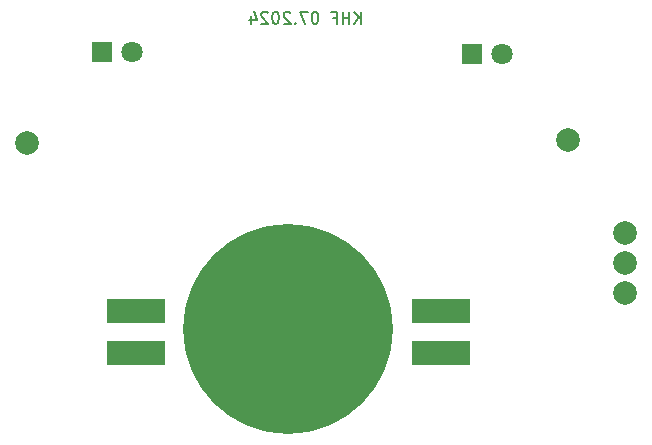
<source format=gbr>
%TF.GenerationSoftware,KiCad,Pcbnew,7.0.8*%
%TF.CreationDate,2024-09-08T08:39:01+02:00*%
%TF.ProjectId,PaperBot,50617065-7242-46f7-942e-6b696361645f,rev?*%
%TF.SameCoordinates,Original*%
%TF.FileFunction,Soldermask,Bot*%
%TF.FilePolarity,Negative*%
%FSLAX46Y46*%
G04 Gerber Fmt 4.6, Leading zero omitted, Abs format (unit mm)*
G04 Created by KiCad (PCBNEW 7.0.8) date 2024-09-08 08:39:01*
%MOMM*%
%LPD*%
G01*
G04 APERTURE LIST*
%ADD10C,0.150000*%
%ADD11C,2.000000*%
%ADD12R,1.800000X1.800000*%
%ADD13C,1.800000*%
%ADD14R,5.000000X2.000000*%
%ADD15C,17.780000*%
G04 APERTURE END LIST*
D10*
X133563220Y-57419819D02*
X133563220Y-56419819D01*
X132991792Y-57419819D02*
X133420363Y-56848390D01*
X132991792Y-56419819D02*
X133563220Y-56991247D01*
X132563220Y-57419819D02*
X132563220Y-56419819D01*
X132563220Y-56896009D02*
X131991792Y-56896009D01*
X131991792Y-57419819D02*
X131991792Y-56419819D01*
X131182268Y-56896009D02*
X131515601Y-56896009D01*
X131515601Y-57419819D02*
X131515601Y-56419819D01*
X131515601Y-56419819D02*
X131039411Y-56419819D01*
X129706077Y-56419819D02*
X129610839Y-56419819D01*
X129610839Y-56419819D02*
X129515601Y-56467438D01*
X129515601Y-56467438D02*
X129467982Y-56515057D01*
X129467982Y-56515057D02*
X129420363Y-56610295D01*
X129420363Y-56610295D02*
X129372744Y-56800771D01*
X129372744Y-56800771D02*
X129372744Y-57038866D01*
X129372744Y-57038866D02*
X129420363Y-57229342D01*
X129420363Y-57229342D02*
X129467982Y-57324580D01*
X129467982Y-57324580D02*
X129515601Y-57372200D01*
X129515601Y-57372200D02*
X129610839Y-57419819D01*
X129610839Y-57419819D02*
X129706077Y-57419819D01*
X129706077Y-57419819D02*
X129801315Y-57372200D01*
X129801315Y-57372200D02*
X129848934Y-57324580D01*
X129848934Y-57324580D02*
X129896553Y-57229342D01*
X129896553Y-57229342D02*
X129944172Y-57038866D01*
X129944172Y-57038866D02*
X129944172Y-56800771D01*
X129944172Y-56800771D02*
X129896553Y-56610295D01*
X129896553Y-56610295D02*
X129848934Y-56515057D01*
X129848934Y-56515057D02*
X129801315Y-56467438D01*
X129801315Y-56467438D02*
X129706077Y-56419819D01*
X129039410Y-56419819D02*
X128372744Y-56419819D01*
X128372744Y-56419819D02*
X128801315Y-57419819D01*
X127991791Y-57324580D02*
X127944172Y-57372200D01*
X127944172Y-57372200D02*
X127991791Y-57419819D01*
X127991791Y-57419819D02*
X128039410Y-57372200D01*
X128039410Y-57372200D02*
X127991791Y-57324580D01*
X127991791Y-57324580D02*
X127991791Y-57419819D01*
X127563220Y-56515057D02*
X127515601Y-56467438D01*
X127515601Y-56467438D02*
X127420363Y-56419819D01*
X127420363Y-56419819D02*
X127182268Y-56419819D01*
X127182268Y-56419819D02*
X127087030Y-56467438D01*
X127087030Y-56467438D02*
X127039411Y-56515057D01*
X127039411Y-56515057D02*
X126991792Y-56610295D01*
X126991792Y-56610295D02*
X126991792Y-56705533D01*
X126991792Y-56705533D02*
X127039411Y-56848390D01*
X127039411Y-56848390D02*
X127610839Y-57419819D01*
X127610839Y-57419819D02*
X126991792Y-57419819D01*
X126372744Y-56419819D02*
X126277506Y-56419819D01*
X126277506Y-56419819D02*
X126182268Y-56467438D01*
X126182268Y-56467438D02*
X126134649Y-56515057D01*
X126134649Y-56515057D02*
X126087030Y-56610295D01*
X126087030Y-56610295D02*
X126039411Y-56800771D01*
X126039411Y-56800771D02*
X126039411Y-57038866D01*
X126039411Y-57038866D02*
X126087030Y-57229342D01*
X126087030Y-57229342D02*
X126134649Y-57324580D01*
X126134649Y-57324580D02*
X126182268Y-57372200D01*
X126182268Y-57372200D02*
X126277506Y-57419819D01*
X126277506Y-57419819D02*
X126372744Y-57419819D01*
X126372744Y-57419819D02*
X126467982Y-57372200D01*
X126467982Y-57372200D02*
X126515601Y-57324580D01*
X126515601Y-57324580D02*
X126563220Y-57229342D01*
X126563220Y-57229342D02*
X126610839Y-57038866D01*
X126610839Y-57038866D02*
X126610839Y-56800771D01*
X126610839Y-56800771D02*
X126563220Y-56610295D01*
X126563220Y-56610295D02*
X126515601Y-56515057D01*
X126515601Y-56515057D02*
X126467982Y-56467438D01*
X126467982Y-56467438D02*
X126372744Y-56419819D01*
X125658458Y-56515057D02*
X125610839Y-56467438D01*
X125610839Y-56467438D02*
X125515601Y-56419819D01*
X125515601Y-56419819D02*
X125277506Y-56419819D01*
X125277506Y-56419819D02*
X125182268Y-56467438D01*
X125182268Y-56467438D02*
X125134649Y-56515057D01*
X125134649Y-56515057D02*
X125087030Y-56610295D01*
X125087030Y-56610295D02*
X125087030Y-56705533D01*
X125087030Y-56705533D02*
X125134649Y-56848390D01*
X125134649Y-56848390D02*
X125706077Y-57419819D01*
X125706077Y-57419819D02*
X125087030Y-57419819D01*
X124229887Y-56753152D02*
X124229887Y-57419819D01*
X124467982Y-56372200D02*
X124706077Y-57086485D01*
X124706077Y-57086485D02*
X124087030Y-57086485D01*
D11*
%TO.C,M+*%
X151100000Y-67250000D03*
%TD*%
D12*
%TO.C,D2*%
X142960000Y-60000000D03*
D13*
X145500000Y-60000000D03*
%TD*%
D11*
%TO.C,M-*%
X105300000Y-67500000D03*
%TD*%
D12*
%TO.C,D1*%
X111600000Y-59800000D03*
D13*
X114140000Y-59800000D03*
%TD*%
D11*
%TO.C,S1*%
X155900000Y-80200000D03*
X155900000Y-77660000D03*
X155900000Y-75120000D03*
%TD*%
D14*
%TO.C,U2*%
X140354000Y-85332000D03*
X140354000Y-81776000D03*
X114460000Y-85332000D03*
X114460000Y-81776000D03*
D15*
X127400000Y-83300000D03*
%TD*%
M02*

</source>
